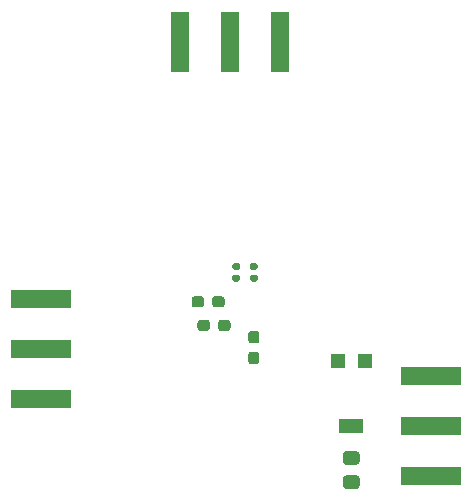
<source format=gbr>
G04 #@! TF.GenerationSoftware,KiCad,Pcbnew,5.1.6-c6e7f7d~87~ubuntu18.04.1*
G04 #@! TF.CreationDate,2021-01-11T12:45:55+00:00*
G04 #@! TF.ProjectId,vary_resistance,76617279-5f72-4657-9369-7374616e6365,rev?*
G04 #@! TF.SameCoordinates,Original*
G04 #@! TF.FileFunction,Paste,Top*
G04 #@! TF.FilePolarity,Positive*
%FSLAX46Y46*%
G04 Gerber Fmt 4.6, Leading zero omitted, Abs format (unit mm)*
G04 Created by KiCad (PCBNEW 5.1.6-c6e7f7d~87~ubuntu18.04.1) date 2021-01-11 12:45:55*
%MOMM*%
%LPD*%
G01*
G04 APERTURE LIST*
%ADD10R,1.300000X1.300000*%
%ADD11R,2.000000X1.300000*%
%ADD12R,5.080000X1.500000*%
%ADD13R,1.500000X5.080000*%
G04 APERTURE END LIST*
G36*
G01*
X190700001Y-88300000D02*
X189799999Y-88300000D01*
G75*
G02*
X189550000Y-88050001I0J249999D01*
G01*
X189550000Y-87399999D01*
G75*
G02*
X189799999Y-87150000I249999J0D01*
G01*
X190700001Y-87150000D01*
G75*
G02*
X190950000Y-87399999I0J-249999D01*
G01*
X190950000Y-88050001D01*
G75*
G02*
X190700001Y-88300000I-249999J0D01*
G01*
G37*
G36*
G01*
X190700001Y-90350000D02*
X189799999Y-90350000D01*
G75*
G02*
X189550000Y-90100001I0J249999D01*
G01*
X189550000Y-89449999D01*
G75*
G02*
X189799999Y-89200000I249999J0D01*
G01*
X190700001Y-89200000D01*
G75*
G02*
X190950000Y-89449999I0J-249999D01*
G01*
X190950000Y-90100001D01*
G75*
G02*
X190700001Y-90350000I-249999J0D01*
G01*
G37*
G36*
G01*
X182172500Y-71810000D02*
X181827500Y-71810000D01*
G75*
G02*
X181680000Y-71662500I0J147500D01*
G01*
X181680000Y-71367500D01*
G75*
G02*
X181827500Y-71220000I147500J0D01*
G01*
X182172500Y-71220000D01*
G75*
G02*
X182320000Y-71367500I0J-147500D01*
G01*
X182320000Y-71662500D01*
G75*
G02*
X182172500Y-71810000I-147500J0D01*
G01*
G37*
G36*
G01*
X182172500Y-72780000D02*
X181827500Y-72780000D01*
G75*
G02*
X181680000Y-72632500I0J147500D01*
G01*
X181680000Y-72337500D01*
G75*
G02*
X181827500Y-72190000I147500J0D01*
G01*
X182172500Y-72190000D01*
G75*
G02*
X182320000Y-72337500I0J-147500D01*
G01*
X182320000Y-72632500D01*
G75*
G02*
X182172500Y-72780000I-147500J0D01*
G01*
G37*
G36*
G01*
X180672500Y-71810000D02*
X180327500Y-71810000D01*
G75*
G02*
X180180000Y-71662500I0J147500D01*
G01*
X180180000Y-71367500D01*
G75*
G02*
X180327500Y-71220000I147500J0D01*
G01*
X180672500Y-71220000D01*
G75*
G02*
X180820000Y-71367500I0J-147500D01*
G01*
X180820000Y-71662500D01*
G75*
G02*
X180672500Y-71810000I-147500J0D01*
G01*
G37*
G36*
G01*
X180672500Y-72780000D02*
X180327500Y-72780000D01*
G75*
G02*
X180180000Y-72632500I0J147500D01*
G01*
X180180000Y-72337500D01*
G75*
G02*
X180327500Y-72190000I147500J0D01*
G01*
X180672500Y-72190000D01*
G75*
G02*
X180820000Y-72337500I0J-147500D01*
G01*
X180820000Y-72632500D01*
G75*
G02*
X180672500Y-72780000I-147500J0D01*
G01*
G37*
G36*
G01*
X177775000Y-74262500D02*
X177775000Y-74737500D01*
G75*
G02*
X177537500Y-74975000I-237500J0D01*
G01*
X176962500Y-74975000D01*
G75*
G02*
X176725000Y-74737500I0J237500D01*
G01*
X176725000Y-74262500D01*
G75*
G02*
X176962500Y-74025000I237500J0D01*
G01*
X177537500Y-74025000D01*
G75*
G02*
X177775000Y-74262500I0J-237500D01*
G01*
G37*
G36*
G01*
X179525000Y-74262500D02*
X179525000Y-74737500D01*
G75*
G02*
X179287500Y-74975000I-237500J0D01*
G01*
X178712500Y-74975000D01*
G75*
G02*
X178475000Y-74737500I0J237500D01*
G01*
X178475000Y-74262500D01*
G75*
G02*
X178712500Y-74025000I237500J0D01*
G01*
X179287500Y-74025000D01*
G75*
G02*
X179525000Y-74262500I0J-237500D01*
G01*
G37*
G36*
G01*
X181762500Y-78725000D02*
X182237500Y-78725000D01*
G75*
G02*
X182475000Y-78962500I0J-237500D01*
G01*
X182475000Y-79537500D01*
G75*
G02*
X182237500Y-79775000I-237500J0D01*
G01*
X181762500Y-79775000D01*
G75*
G02*
X181525000Y-79537500I0J237500D01*
G01*
X181525000Y-78962500D01*
G75*
G02*
X181762500Y-78725000I237500J0D01*
G01*
G37*
G36*
G01*
X181762500Y-76975000D02*
X182237500Y-76975000D01*
G75*
G02*
X182475000Y-77212500I0J-237500D01*
G01*
X182475000Y-77787500D01*
G75*
G02*
X182237500Y-78025000I-237500J0D01*
G01*
X181762500Y-78025000D01*
G75*
G02*
X181525000Y-77787500I0J237500D01*
G01*
X181525000Y-77212500D01*
G75*
G02*
X181762500Y-76975000I237500J0D01*
G01*
G37*
G36*
G01*
X178275000Y-76262500D02*
X178275000Y-76737500D01*
G75*
G02*
X178037500Y-76975000I-237500J0D01*
G01*
X177462500Y-76975000D01*
G75*
G02*
X177225000Y-76737500I0J237500D01*
G01*
X177225000Y-76262500D01*
G75*
G02*
X177462500Y-76025000I237500J0D01*
G01*
X178037500Y-76025000D01*
G75*
G02*
X178275000Y-76262500I0J-237500D01*
G01*
G37*
G36*
G01*
X180025000Y-76262500D02*
X180025000Y-76737500D01*
G75*
G02*
X179787500Y-76975000I-237500J0D01*
G01*
X179212500Y-76975000D01*
G75*
G02*
X178975000Y-76737500I0J237500D01*
G01*
X178975000Y-76262500D01*
G75*
G02*
X179212500Y-76025000I237500J0D01*
G01*
X179787500Y-76025000D01*
G75*
G02*
X180025000Y-76262500I0J-237500D01*
G01*
G37*
D10*
X189100000Y-79500000D03*
D11*
X190250000Y-85000000D03*
D10*
X191400000Y-79500000D03*
D12*
X164000000Y-78500000D03*
X164000000Y-82750000D03*
X164000000Y-74250000D03*
X197000000Y-85000000D03*
X197000000Y-80750000D03*
X197000000Y-89250000D03*
D13*
X180000000Y-52500000D03*
X175750000Y-52500000D03*
X184250000Y-52500000D03*
M02*

</source>
